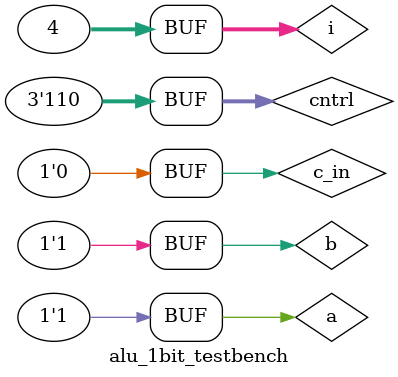
<source format=sv>
`timescale 1ns/10ps

module alu_1bit (
   output logic       result,
   output logic       c_out,
   input  logic       c_in, a, b,
   input  logic [2:0] cntrl
   );

   logic [7:0] toMux;
   
   // cntrl			Operation						Notes:
   // [0] 000:			result = B						value of overflow and carry_out unimportant
   // [2] 010:			result = A + B
   // [3] 011:			result = A - B
   // [4] 100:			result = bitwise A & B		value of overflow and carry_out unimportant
   // [5] 101:			result = bitwise A | B		value of overflow and carry_out unimportant
   // [6] 110:			result = bitwise A XOR B	value of overflow and carry_out unimportant   
   
   // For add and subtract operations
   parameter DELAY = 0.05;
   
   logic notB, b_muxed, sum;
   not #DELAY n1 (notB, b);
   mux2_1 m2 (.out(b_muxed), .i0(b), .i1(notB), .sel(cntrl[0]));
   adder_full af (.sum, .c_out, .a, .b(b_muxed), .c_in);

   // For and, or, and xor bitwise operations
   logic andOut, orrOut, xorOut;
   and  #DELAY a1 (andOut, a, b);
   or   #DELAY o1 (orrOut, a, b);
   xor  #DELAY x1 (xorOut, a, b);
   
   assign toMux[0] = b;
   assign toMux[2] = sum;
   assign toMux[3] = sum;
   assign toMux[4] = andOut;
   assign toMux[5] = orrOut;
   assign toMux[6] = xorOut;
   
   mux8_1 m8 (.out(result), .in(toMux), .sel(cntrl));
endmodule

module alu_1bit_testbench ();
   logic       result;
   logic       c_out;
   logic       c_in, a, b;
   logic [2:0] cntrl;

   alu_1bit dut (.result, .c_out, .c_in, .a, .b, .cntrl);

   integer i;
   initial begin
      c_in = 1'b0;
      cntrl = 3'b000;
      for(i=0; i<4; i++) begin
         {b, a} = i; #1000;
      end
      cntrl = 3'b010;
      for(i=0; i<4; i++) begin
         {b, a} = i; #1000;
      end
      cntrl = 3'b011;
      for(i=0; i<4; i++) begin
         {b, a} = i; #1000;
      end
      cntrl = 3'b100;
      for(i=0; i<4; i++) begin
         {b, a} = i; #1000;
      end
      cntrl = 3'b101;
      for(i=0; i<4; i++) begin
         {b, a} = i; #1000;
      end
      cntrl = 3'b110;
      for(i=0; i<4; i++) begin
         {b, a} = i; #1000;
      end      
   end
endmodule 

</source>
